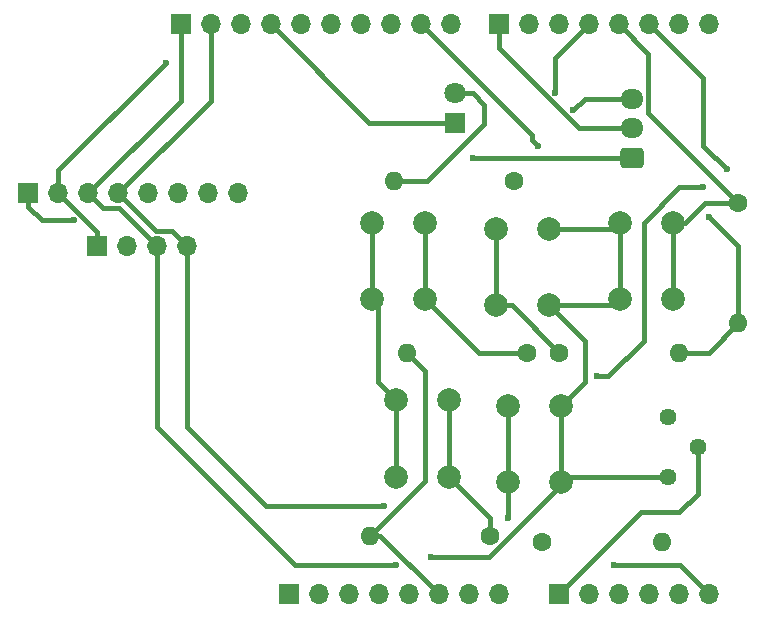
<source format=gbr>
%TF.GenerationSoftware,KiCad,Pcbnew,8.0.8*%
%TF.CreationDate,2025-02-03T17:03:31-07:00*%
%TF.ProjectId,Arduino_uno_Shield,41726475-696e-46f5-9f75-6e6f5f536869,rev?*%
%TF.SameCoordinates,Original*%
%TF.FileFunction,Copper,L1,Top*%
%TF.FilePolarity,Positive*%
%FSLAX46Y46*%
G04 Gerber Fmt 4.6, Leading zero omitted, Abs format (unit mm)*
G04 Created by KiCad (PCBNEW 8.0.8) date 2025-02-03 17:03:31*
%MOMM*%
%LPD*%
G01*
G04 APERTURE LIST*
G04 Aperture macros list*
%AMRoundRect*
0 Rectangle with rounded corners*
0 $1 Rounding radius*
0 $2 $3 $4 $5 $6 $7 $8 $9 X,Y pos of 4 corners*
0 Add a 4 corners polygon primitive as box body*
4,1,4,$2,$3,$4,$5,$6,$7,$8,$9,$2,$3,0*
0 Add four circle primitives for the rounded corners*
1,1,$1+$1,$2,$3*
1,1,$1+$1,$4,$5*
1,1,$1+$1,$6,$7*
1,1,$1+$1,$8,$9*
0 Add four rect primitives between the rounded corners*
20,1,$1+$1,$2,$3,$4,$5,0*
20,1,$1+$1,$4,$5,$6,$7,0*
20,1,$1+$1,$6,$7,$8,$9,0*
20,1,$1+$1,$8,$9,$2,$3,0*%
G04 Aperture macros list end*
%TA.AperFunction,ComponentPad*%
%ADD10O,1.700000X1.700000*%
%TD*%
%TA.AperFunction,ComponentPad*%
%ADD11R,1.700000X1.700000*%
%TD*%
%TA.AperFunction,ComponentPad*%
%ADD12C,2.000000*%
%TD*%
%TA.AperFunction,ComponentPad*%
%ADD13O,1.600000X1.600000*%
%TD*%
%TA.AperFunction,ComponentPad*%
%ADD14C,1.600000*%
%TD*%
%TA.AperFunction,ComponentPad*%
%ADD15C,1.440000*%
%TD*%
%TA.AperFunction,ComponentPad*%
%ADD16C,1.800000*%
%TD*%
%TA.AperFunction,ComponentPad*%
%ADD17R,1.800000X1.800000*%
%TD*%
%TA.AperFunction,ComponentPad*%
%ADD18O,1.950000X1.700000*%
%TD*%
%TA.AperFunction,ComponentPad*%
%ADD19RoundRect,0.250000X0.725000X-0.600000X0.725000X0.600000X-0.725000X0.600000X-0.725000X-0.600000X0*%
%TD*%
%TA.AperFunction,ViaPad*%
%ADD20C,0.600000*%
%TD*%
%TA.AperFunction,Conductor*%
%ADD21C,0.400000*%
%TD*%
%ADD22O,1.700000X1.700000*%
%ADD23R,1.700000X1.700000*%
%ADD24C,2.000000*%
%ADD25O,1.600000X1.600000*%
%ADD26C,1.600000*%
%ADD27C,1.440000*%
%ADD28C,1.800000*%
%ADD29R,1.800000X1.800000*%
%ADD30O,1.950000X1.700000*%
%ADD31RoundRect,0.250000X0.725000X-0.600000X0.725000X0.600000X-0.725000X0.600000X-0.725000X-0.600000X0*%
G04 APERTURE END LIST*
D10*
%TO.P,J1,8,Pin_8*%
%TO.N,VCC*%
X145720000Y-97460000D03*
%TO.P,J1,7,Pin_7*%
%TO.N,GND*%
X143180000Y-97460000D03*
%TO.P,J1,6,Pin_6*%
X140640000Y-97460000D03*
%TO.P,J1,5,Pin_5*%
%TO.N,+5V*%
X138100000Y-97460000D03*
%TO.P,J1,4,Pin_4*%
%TO.N,+3V3*%
X135560000Y-97460000D03*
%TO.P,J1,3,Pin_3*%
%TO.N,/~{RESET}*%
X133020000Y-97460000D03*
%TO.P,J1,2,Pin_2*%
%TO.N,/IOREF*%
X130480000Y-97460000D03*
D11*
%TO.P,J1,1,Pin_1*%
%TO.N,unconnected-(J1-Pin_1-Pad1)*%
X127940000Y-97460000D03*
%TD*%
D10*
%TO.P,J3,6,Pin_6*%
%TO.N,/I2C_SCL*%
X163500000Y-97460000D03*
%TO.P,J3,5,Pin_5*%
%TO.N,/I2C_SDA*%
X160960000Y-97460000D03*
%TO.P,J3,4,Pin_4*%
%TO.N,/A3*%
X158420000Y-97460000D03*
%TO.P,J3,3,Pin_3*%
%TO.N,/A2*%
X155880000Y-97460000D03*
%TO.P,J3,2,Pin_2*%
%TO.N,/A1*%
X153340000Y-97460000D03*
D11*
%TO.P,J3,1,Pin_1*%
%TO.N,/A0*%
X150800000Y-97460000D03*
%TD*%
D10*
%TO.P,J2,10,Pin_10*%
%TO.N,/8*%
X141656000Y-49200000D03*
%TO.P,J2,9,Pin_9*%
%TO.N,/\u002A9*%
X139116000Y-49200000D03*
%TO.P,J2,8,Pin_8*%
%TO.N,/\u002A10*%
X136576000Y-49200000D03*
%TO.P,J2,7,Pin_7*%
%TO.N,/\u002A11*%
X134036000Y-49200000D03*
%TO.P,J2,6,Pin_6*%
%TO.N,/12*%
X131496000Y-49200000D03*
%TO.P,J2,5,Pin_5*%
%TO.N,/13*%
X128956000Y-49200000D03*
%TO.P,J2,4,Pin_4*%
%TO.N,GND*%
X126416000Y-49200000D03*
%TO.P,J2,3,Pin_3*%
%TO.N,/AREF*%
X123876000Y-49200000D03*
%TO.P,J2,2,Pin_2*%
%TO.N,/I2C_SDA*%
X121336000Y-49200000D03*
D11*
%TO.P,J2,1,Pin_1*%
%TO.N,/I2C_SCL*%
X118796000Y-49200000D03*
%TD*%
D10*
%TO.P,J4,8,Pin_8*%
%TO.N,/RX{slash}0*%
X163500000Y-49200000D03*
%TO.P,J4,7,Pin_7*%
%TO.N,/TX{slash}1*%
X160960000Y-49200000D03*
%TO.P,J4,6,Pin_6*%
%TO.N,/2*%
X158420000Y-49200000D03*
%TO.P,J4,5,Pin_5*%
%TO.N,/\u002A3*%
X155880000Y-49200000D03*
%TO.P,J4,4,Pin_4*%
%TO.N,/4*%
X153340000Y-49200000D03*
%TO.P,J4,3,Pin_3*%
%TO.N,/\u002A5*%
X150800000Y-49200000D03*
%TO.P,J4,2,Pin_2*%
%TO.N,/\u002A6*%
X148260000Y-49200000D03*
D11*
%TO.P,J4,1,Pin_1*%
%TO.N,/7*%
X145720000Y-49200000D03*
%TD*%
D12*
%TO.P,SW1,2,B*%
%TO.N,+5V*%
X135000000Y-72500000D03*
X135000000Y-66000000D03*
%TO.P,SW1,1,A*%
%TO.N,/2*%
X139500000Y-72500000D03*
X139500000Y-66000000D03*
%TD*%
D13*
%TO.P,R4,2*%
%TO.N,GND*%
X161000000Y-77000000D03*
D14*
%TO.P,R4,1*%
%TO.N,/4*%
X150840000Y-77000000D03*
%TD*%
D13*
%TO.P,R5,2*%
%TO.N,GND*%
X159500000Y-93000000D03*
D14*
%TO.P,R5,1*%
%TO.N,/\u002A6*%
X149340000Y-93000000D03*
%TD*%
D15*
%TO.P,RV1,3,3*%
%TO.N,GND*%
X160015000Y-82460000D03*
%TO.P,RV1,2,2*%
%TO.N,/A0*%
X162555000Y-85000000D03*
%TO.P,RV1,1,1*%
%TO.N,+5V*%
X160015000Y-87540000D03*
%TD*%
D12*
%TO.P,SW2,2,B*%
%TO.N,+5V*%
X156000000Y-72500000D03*
X156000000Y-66000000D03*
%TO.P,SW2,1,A*%
%TO.N,/\u002A3*%
X160500000Y-72500000D03*
X160500000Y-66000000D03*
%TD*%
%TO.P,SW3,2,B*%
%TO.N,+5V*%
X150000000Y-66500000D03*
X150000000Y-73000000D03*
%TO.P,SW3,1,A*%
%TO.N,/4*%
X145500000Y-66500000D03*
X145500000Y-73000000D03*
%TD*%
%TO.P,SW5,2,B*%
%TO.N,+5V*%
X137000000Y-87500000D03*
X137000000Y-81000000D03*
%TO.P,SW5,1,A*%
%TO.N,/\u002A5*%
X141500000Y-87500000D03*
X141500000Y-81000000D03*
%TD*%
D13*
%TO.P,R6,2*%
%TO.N,GND*%
X134840000Y-92500000D03*
D14*
%TO.P,R6,1*%
%TO.N,/\u002A5*%
X145000000Y-92500000D03*
%TD*%
D10*
%TO.P,J9,8,Pin_8*%
%TO.N,unconnected-(J9-Pin_8-Pad8)*%
X123660000Y-63500000D03*
%TO.P,J9,7,Pin_7*%
%TO.N,unconnected-(J9-Pin_7-Pad7)*%
X121120000Y-63500000D03*
%TO.P,J9,6,Pin_6*%
%TO.N,unconnected-(J9-Pin_6-Pad6)*%
X118580000Y-63500000D03*
%TO.P,J9,5,Pin_5*%
%TO.N,unconnected-(J9-Pin_5-Pad5)*%
X116040000Y-63500000D03*
%TO.P,J9,4,Pin_4*%
%TO.N,/I2C_SDA*%
X113500000Y-63500000D03*
%TO.P,J9,3,Pin_3*%
%TO.N,/I2C_SCL*%
X110960000Y-63500000D03*
%TO.P,J9,2,Pin_2*%
%TO.N,GND*%
X108420000Y-63500000D03*
D11*
%TO.P,J9,1,Pin_1*%
%TO.N,+5V*%
X105880000Y-63500000D03*
%TD*%
D10*
%TO.P,J10,4,Pin_4*%
%TO.N,/I2C_SDA*%
X119320000Y-67975000D03*
%TO.P,J10,3,Pin_3*%
%TO.N,/I2C_SCL*%
X116780000Y-67975000D03*
%TO.P,J10,2,Pin_2*%
%TO.N,+5V*%
X114240000Y-67975000D03*
D11*
%TO.P,J10,1,Pin_1*%
%TO.N,GND*%
X111700000Y-67975000D03*
%TD*%
D13*
%TO.P,R1,2*%
%TO.N,Net-(D1-A)*%
X136840000Y-62500000D03*
D14*
%TO.P,R1,1*%
%TO.N,/\u002A9*%
X147000000Y-62500000D03*
%TD*%
D13*
%TO.P,R3,2*%
%TO.N,GND*%
X166000000Y-74500000D03*
D14*
%TO.P,R3,1*%
%TO.N,/\u002A3*%
X166000000Y-64340000D03*
%TD*%
D13*
%TO.P,R2,2*%
%TO.N,GND*%
X137920000Y-77000000D03*
D14*
%TO.P,R2,1*%
%TO.N,/2*%
X148080000Y-77000000D03*
%TD*%
D12*
%TO.P,SW4,2,B*%
%TO.N,+5V*%
X151000000Y-81500000D03*
X151000000Y-88000000D03*
%TO.P,SW4,1,A*%
%TO.N,/\u002A6*%
X146500000Y-81500000D03*
X146500000Y-88000000D03*
%TD*%
D16*
%TO.P,D1,2,A*%
%TO.N,Net-(D1-A)*%
X142000000Y-55000000D03*
D17*
%TO.P,D1,1,K*%
%TO.N,GND*%
X142000000Y-57540000D03*
%TD*%
D18*
%TO.P,J11,3,Pin_3*%
%TO.N,+5V*%
X157000000Y-55500000D03*
%TO.P,J11,2,Pin_2*%
%TO.N,/7*%
X157000000Y-58000000D03*
D19*
%TO.P,J11,1,Pin_1*%
%TO.N,GND*%
X157000000Y-60500000D03*
%TD*%
D20*
%TO.N,GND*%
X163500000Y-65500000D03*
X117500000Y-52500000D03*
X143500000Y-60500000D03*
%TO.N,/I2C_SCL*%
X137000000Y-95000000D03*
X155500000Y-95000000D03*
%TO.N,/\u002A9*%
X149000000Y-59500000D03*
%TO.N,/4*%
X150500000Y-55000000D03*
%TO.N,+5V*%
X152000000Y-56500000D03*
X109715025Y-65784975D03*
X140000000Y-94300000D03*
%TO.N,/\u002A6*%
X146500000Y-91000000D03*
%TO.N,/I2C_SDA*%
X136000000Y-90000000D03*
%TO.N,/2*%
X154000000Y-79000000D03*
X165000000Y-61500000D03*
X163000000Y-63000000D03*
%TD*%
D21*
%TO.N,/I2C_SDA*%
X126000000Y-90000000D02*
X136000000Y-90000000D01*
X119320000Y-83320000D02*
X126000000Y-90000000D01*
X119320000Y-67975000D02*
X119320000Y-83320000D01*
%TO.N,/I2C_SCL*%
X128500000Y-95000000D02*
X137000000Y-95000000D01*
X116780000Y-83280000D02*
X128500000Y-95000000D01*
X116780000Y-67975000D02*
X116780000Y-83280000D01*
%TO.N,/A0*%
X162555000Y-85000000D02*
X162555000Y-88945000D01*
X161000000Y-90500000D02*
X157760000Y-90500000D01*
X157760000Y-90500000D02*
X150800000Y-97460000D01*
%TO.N,GND*%
X139500000Y-78580000D02*
X139500000Y-87840000D01*
X137920000Y-77000000D02*
X139500000Y-78580000D01*
X139500000Y-87840000D02*
X134840000Y-92500000D01*
%TO.N,Net-(D1-A)*%
X144500000Y-57640000D02*
X139640000Y-62500000D01*
X139640000Y-62500000D02*
X136840000Y-62500000D01*
X144500000Y-56000000D02*
X144500000Y-57640000D01*
X142000000Y-55000000D02*
X143500000Y-55000000D01*
%TO.N,+5V*%
X153000000Y-79500000D02*
X151000000Y-81500000D01*
X153000000Y-76000000D02*
X153000000Y-79500000D01*
X150000000Y-73000000D02*
X153000000Y-76000000D01*
%TO.N,/2*%
X155000000Y-79000000D02*
X154000000Y-79000000D01*
X158000000Y-76000000D02*
X155000000Y-79000000D01*
X158000000Y-66000000D02*
X158000000Y-76000000D01*
X163000000Y-63000000D02*
X161000000Y-63000000D01*
X161000000Y-63000000D02*
X158000000Y-66000000D01*
%TO.N,GND*%
X135680000Y-92500000D02*
X140640000Y-97460000D01*
X157000000Y-60500000D02*
X143500000Y-60500000D01*
X161000000Y-77000000D02*
X163500000Y-77000000D01*
X111700000Y-66780000D02*
X111700000Y-67975000D01*
X134840000Y-92500000D02*
X135680000Y-92500000D01*
X166000000Y-68000000D02*
X163500000Y-65500000D01*
X108420000Y-63500000D02*
X108420000Y-61580000D01*
X108420000Y-61580000D02*
X117500000Y-52500000D01*
X134756000Y-57540000D02*
X126416000Y-49200000D01*
X166000000Y-74500000D02*
X166000000Y-68000000D01*
X163500000Y-77000000D02*
X166000000Y-74500000D01*
X108420000Y-63500000D02*
X111700000Y-66780000D01*
X142000000Y-57540000D02*
X134756000Y-57540000D01*
%TO.N,/I2C_SCL*%
X161040000Y-95000000D02*
X163500000Y-97460000D01*
X113555000Y-64750000D02*
X116780000Y-67975000D01*
X155500000Y-95000000D02*
X161040000Y-95000000D01*
X110960000Y-63500000D02*
X112210000Y-64750000D01*
X118796000Y-55664000D02*
X110960000Y-63500000D01*
X118796000Y-49200000D02*
X118796000Y-55664000D01*
%TO.N,/7*%
X145720000Y-51209950D02*
X145720000Y-49200000D01*
X157000000Y-58000000D02*
X152510050Y-58000000D01*
X152510050Y-58000000D02*
X145720000Y-51209950D01*
%TO.N,/\u002A9*%
X149000000Y-59500000D02*
X148500000Y-59000000D01*
X148500000Y-58584000D02*
X139116000Y-49200000D01*
%TO.N,/4*%
X153340000Y-49200000D02*
X150500000Y-52040000D01*
X146840000Y-73000000D02*
X150840000Y-77000000D01*
X145500000Y-66500000D02*
X145500000Y-73000000D01*
X150500000Y-52040000D02*
X150500000Y-55000000D01*
%TO.N,+5V*%
X157000000Y-55500000D02*
X153000000Y-55500000D01*
X156000000Y-66000000D02*
X156000000Y-72500000D01*
X150000000Y-66500000D02*
X155500000Y-66500000D01*
X153000000Y-55500000D02*
X152000000Y-56500000D01*
X144897057Y-94300000D02*
X140000000Y-94300000D01*
X151000000Y-81500000D02*
X151000000Y-88000000D01*
X150000000Y-73000000D02*
X155500000Y-73000000D01*
X137000000Y-81000000D02*
X137000000Y-87500000D01*
X105880000Y-64655000D02*
X107009975Y-65784975D01*
X135000000Y-66000000D02*
X135000000Y-72500000D01*
X151000000Y-88197057D02*
X144897057Y-94300000D01*
X135500000Y-73000000D02*
X135500000Y-79500000D01*
X160015000Y-87540000D02*
X151460000Y-87540000D01*
X107009975Y-65784975D02*
X109715025Y-65784975D01*
X105880000Y-63500000D02*
X105880000Y-64655000D01*
%TO.N,/\u002A6*%
X146500000Y-81500000D02*
X146500000Y-88000000D01*
X146500000Y-88000000D02*
X146500000Y-91000000D01*
%TO.N,/\u002A5*%
X141500000Y-87500000D02*
X145000000Y-91000000D01*
X141500000Y-81000000D02*
X141500000Y-87500000D01*
X145000000Y-91000000D02*
X145000000Y-92500000D01*
%TO.N,/\u002A3*%
X158375000Y-56715000D02*
X166000000Y-64340000D01*
X155880000Y-49200000D02*
X158375000Y-51695000D01*
X160500000Y-66000000D02*
X160500000Y-72500000D01*
X161500000Y-66000000D02*
X163160000Y-64340000D01*
X158375000Y-51695000D02*
X158375000Y-56715000D01*
X163160000Y-64340000D02*
X166000000Y-64340000D01*
%TO.N,/I2C_SDA*%
X121336000Y-55664000D02*
X121336000Y-49200000D01*
X113500000Y-63500000D02*
X116725000Y-66725000D01*
X118070000Y-66725000D02*
X119320000Y-67975000D01*
X113500000Y-63500000D02*
X121336000Y-55664000D01*
%TO.N,/2*%
X144000000Y-77000000D02*
X148080000Y-77000000D01*
X163000000Y-53780000D02*
X163000000Y-59500000D01*
X163000000Y-59500000D02*
X165000000Y-61500000D01*
X139500000Y-72500000D02*
X144000000Y-77000000D01*
X139500000Y-66000000D02*
X139500000Y-72500000D01*
X158420000Y-49200000D02*
X163000000Y-53780000D01*
%TO.N,/I2C_SDA*%
X116725000Y-66725000D02*
X118070000Y-66725000D01*
%TO.N,/\u002A3*%
X160500000Y-66000000D02*
X161500000Y-66000000D01*
%TO.N,+5V*%
X135500000Y-79500000D02*
X137000000Y-81000000D01*
%TO.N,/4*%
X145500000Y-73000000D02*
X146840000Y-73000000D01*
%TO.N,/\u002A9*%
X148500000Y-59000000D02*
X148500000Y-58584000D01*
%TO.N,/I2C_SCL*%
X112210000Y-64750000D02*
X113555000Y-64750000D01*
%TO.N,Net-(D1-A)*%
X143500000Y-55000000D02*
X144500000Y-56000000D01*
%TO.N,/A0*%
X162555000Y-88945000D02*
X161000000Y-90500000D01*
%TD*%
D22*
%TO.C,J1*%
X145720000Y-97460000D03*
X143180000Y-97460000D03*
X140640000Y-97460000D03*
X138100000Y-97460000D03*
X135560000Y-97460000D03*
X133020000Y-97460000D03*
X130480000Y-97460000D03*
D23*
X127940000Y-97460000D03*
%TD*%
D22*
%TO.C,J3*%
X163500000Y-97460000D03*
X160960000Y-97460000D03*
X158420000Y-97460000D03*
X155880000Y-97460000D03*
X153340000Y-97460000D03*
D23*
X150800000Y-97460000D03*
%TD*%
D22*
%TO.C,J2*%
X141656000Y-49200000D03*
X139116000Y-49200000D03*
X136576000Y-49200000D03*
X134036000Y-49200000D03*
X131496000Y-49200000D03*
X128956000Y-49200000D03*
X126416000Y-49200000D03*
X123876000Y-49200000D03*
X121336000Y-49200000D03*
D23*
X118796000Y-49200000D03*
%TD*%
D22*
%TO.C,J4*%
X163500000Y-49200000D03*
X160960000Y-49200000D03*
X158420000Y-49200000D03*
X155880000Y-49200000D03*
X153340000Y-49200000D03*
X150800000Y-49200000D03*
X148260000Y-49200000D03*
D23*
X145720000Y-49200000D03*
%TD*%
D24*
%TO.C,SW1*%
X135000000Y-72500000D03*
X135000000Y-66000000D03*
X139500000Y-72500000D03*
X139500000Y-66000000D03*
%TD*%
D25*
%TO.C,R4*%
X161000000Y-77000000D03*
D26*
X150840000Y-77000000D03*
%TD*%
D25*
%TO.C,R5*%
X159500000Y-93000000D03*
D26*
X149340000Y-93000000D03*
%TD*%
D27*
%TO.C,RV1*%
X160015000Y-82460000D03*
X162555000Y-85000000D03*
X160015000Y-87540000D03*
%TD*%
D24*
%TO.C,SW2*%
X156000000Y-72500000D03*
X156000000Y-66000000D03*
X160500000Y-72500000D03*
X160500000Y-66000000D03*
%TD*%
%TO.C,SW3*%
X150000000Y-66500000D03*
X150000000Y-73000000D03*
X145500000Y-66500000D03*
X145500000Y-73000000D03*
%TD*%
%TO.C,SW5*%
X137000000Y-87500000D03*
X137000000Y-81000000D03*
X141500000Y-87500000D03*
X141500000Y-81000000D03*
%TD*%
D25*
%TO.C,R6*%
X134840000Y-92500000D03*
D26*
X145000000Y-92500000D03*
%TD*%
D22*
%TO.C,J9*%
X123660000Y-63500000D03*
X121120000Y-63500000D03*
X118580000Y-63500000D03*
X116040000Y-63500000D03*
X113500000Y-63500000D03*
X110960000Y-63500000D03*
X108420000Y-63500000D03*
D23*
X105880000Y-63500000D03*
%TD*%
D22*
%TO.C,J10*%
X119320000Y-67975000D03*
X116780000Y-67975000D03*
X114240000Y-67975000D03*
D23*
X111700000Y-67975000D03*
%TD*%
D25*
%TO.C,R1*%
X136840000Y-62500000D03*
D26*
X147000000Y-62500000D03*
%TD*%
D25*
%TO.C,R3*%
X166000000Y-74500000D03*
D26*
X166000000Y-64340000D03*
%TD*%
D25*
%TO.C,R2*%
X137920000Y-77000000D03*
D26*
X148080000Y-77000000D03*
%TD*%
D24*
%TO.C,SW4*%
X151000000Y-81500000D03*
X151000000Y-88000000D03*
X146500000Y-81500000D03*
X146500000Y-88000000D03*
%TD*%
D28*
%TO.C,D1*%
X142000000Y-55000000D03*
D29*
X142000000Y-57540000D03*
%TD*%
D30*
%TO.C,J11*%
X157000000Y-55500000D03*
X157000000Y-58000000D03*
D31*
X157000000Y-60500000D03*
%TD*%
M02*

</source>
